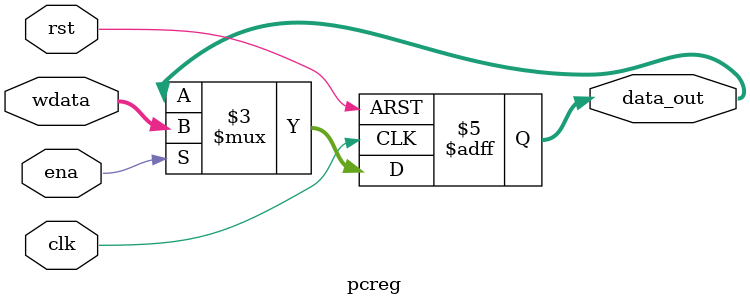
<source format=v>
`timescale 1ns / 1ps
module pcreg(
input clk, //ÏÂ½µÑØÊ±Îª¼Ä´æÆ÷¸³Öµ
input rst, //¸ßµçÆ½Ê±ÇåÁã
input ena, //1 Î»ÊäÈë,ÓÐÐ§ÐÅºÅ¸ßµçÆ½Ê±PC ¼Ä´æÆ÷¶ÁÈëdata_in
//µÄÖµ£¬·ñÔò±£³ÖÔ­ÓÐÊä³ö
input [31:0] wdata, //32 Î»ÊäÈë£¬ÊäÈëÊý¾Ý½«±»´æÈë¼Ä´æÆ÷ÄÚ²¿
output reg [31:0] data_out //32 Î»Êä³ö£¬¹¤×÷Ê±Ê¼ÖÕÊä³ö PC
//¼Ä´æÆ÷ÄÚ²¿´æ´¢µÄÖµ
    );
    always @(posedge clk or posedge rst)
    begin
    if(rst)data_out=32'b00000000000000000000000000000000;
    else
    begin
    if(ena)data_out[31:0]=wdata[31:0];
    else data_out[31:0]=data_out[31:0];
    end
    end
endmodule


</source>
